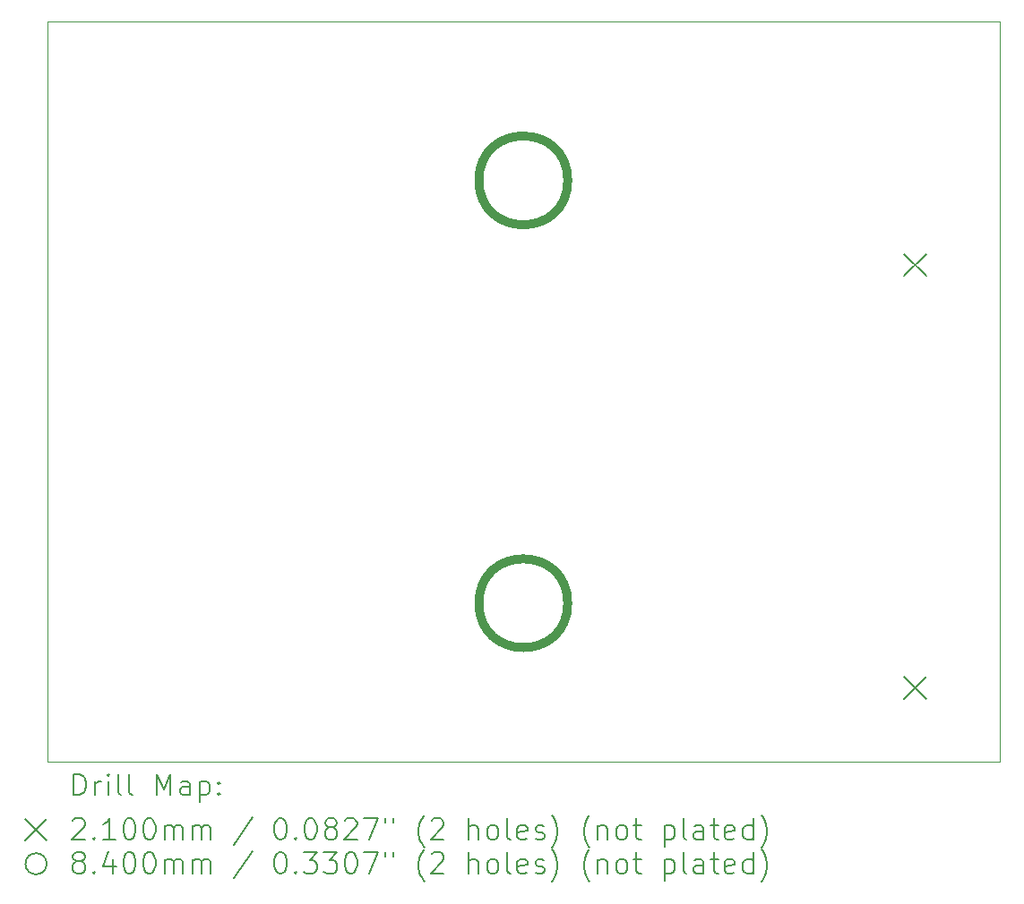
<source format=gbr>
%TF.GenerationSoftware,KiCad,Pcbnew,(6.0.8)*%
%TF.CreationDate,2023-05-12T01:16:04+02:00*%
%TF.ProjectId,SMDBattHolder,534d4442-6174-4744-986f-6c6465722e6b,rev?*%
%TF.SameCoordinates,Original*%
%TF.FileFunction,Drillmap*%
%TF.FilePolarity,Positive*%
%FSLAX45Y45*%
G04 Gerber Fmt 4.5, Leading zero omitted, Abs format (unit mm)*
G04 Created by KiCad (PCBNEW (6.0.8)) date 2023-05-12 01:16:04*
%MOMM*%
%LPD*%
G01*
G04 APERTURE LIST*
%ADD10C,0.100000*%
%ADD11C,0.200000*%
%ADD12C,0.210000*%
%ADD13C,0.840000*%
G04 APERTURE END LIST*
D10*
X29000000Y-17000000D02*
X29000000Y-10000000D01*
X38000000Y-10000000D02*
X38000000Y-17000000D01*
X29000000Y-10000000D02*
X38000000Y-10000000D01*
X38000000Y-17000000D02*
X29000000Y-17000000D01*
D11*
D12*
X37095000Y-12195000D02*
X37305000Y-12405000D01*
X37305000Y-12195000D02*
X37095000Y-12405000D01*
X37095000Y-16195000D02*
X37305000Y-16405000D01*
X37305000Y-16195000D02*
X37095000Y-16405000D01*
D13*
X33920000Y-11500000D02*
G75*
G03*
X33920000Y-11500000I-420000J0D01*
G01*
X33920000Y-15500000D02*
G75*
G03*
X33920000Y-15500000I-420000J0D01*
G01*
D11*
X29252619Y-17315476D02*
X29252619Y-17115476D01*
X29300238Y-17115476D01*
X29328809Y-17125000D01*
X29347857Y-17144048D01*
X29357381Y-17163095D01*
X29366905Y-17201190D01*
X29366905Y-17229762D01*
X29357381Y-17267857D01*
X29347857Y-17286905D01*
X29328809Y-17305952D01*
X29300238Y-17315476D01*
X29252619Y-17315476D01*
X29452619Y-17315476D02*
X29452619Y-17182143D01*
X29452619Y-17220238D02*
X29462143Y-17201190D01*
X29471667Y-17191667D01*
X29490714Y-17182143D01*
X29509762Y-17182143D01*
X29576428Y-17315476D02*
X29576428Y-17182143D01*
X29576428Y-17115476D02*
X29566905Y-17125000D01*
X29576428Y-17134524D01*
X29585952Y-17125000D01*
X29576428Y-17115476D01*
X29576428Y-17134524D01*
X29700238Y-17315476D02*
X29681190Y-17305952D01*
X29671667Y-17286905D01*
X29671667Y-17115476D01*
X29805000Y-17315476D02*
X29785952Y-17305952D01*
X29776428Y-17286905D01*
X29776428Y-17115476D01*
X30033571Y-17315476D02*
X30033571Y-17115476D01*
X30100238Y-17258333D01*
X30166905Y-17115476D01*
X30166905Y-17315476D01*
X30347857Y-17315476D02*
X30347857Y-17210714D01*
X30338333Y-17191667D01*
X30319286Y-17182143D01*
X30281190Y-17182143D01*
X30262143Y-17191667D01*
X30347857Y-17305952D02*
X30328809Y-17315476D01*
X30281190Y-17315476D01*
X30262143Y-17305952D01*
X30252619Y-17286905D01*
X30252619Y-17267857D01*
X30262143Y-17248810D01*
X30281190Y-17239286D01*
X30328809Y-17239286D01*
X30347857Y-17229762D01*
X30443095Y-17182143D02*
X30443095Y-17382143D01*
X30443095Y-17191667D02*
X30462143Y-17182143D01*
X30500238Y-17182143D01*
X30519286Y-17191667D01*
X30528809Y-17201190D01*
X30538333Y-17220238D01*
X30538333Y-17277381D01*
X30528809Y-17296429D01*
X30519286Y-17305952D01*
X30500238Y-17315476D01*
X30462143Y-17315476D01*
X30443095Y-17305952D01*
X30624048Y-17296429D02*
X30633571Y-17305952D01*
X30624048Y-17315476D01*
X30614524Y-17305952D01*
X30624048Y-17296429D01*
X30624048Y-17315476D01*
X30624048Y-17191667D02*
X30633571Y-17201190D01*
X30624048Y-17210714D01*
X30614524Y-17201190D01*
X30624048Y-17191667D01*
X30624048Y-17210714D01*
X28795000Y-17545000D02*
X28995000Y-17745000D01*
X28995000Y-17545000D02*
X28795000Y-17745000D01*
X29243095Y-17554524D02*
X29252619Y-17545000D01*
X29271667Y-17535476D01*
X29319286Y-17535476D01*
X29338333Y-17545000D01*
X29347857Y-17554524D01*
X29357381Y-17573571D01*
X29357381Y-17592619D01*
X29347857Y-17621190D01*
X29233571Y-17735476D01*
X29357381Y-17735476D01*
X29443095Y-17716429D02*
X29452619Y-17725952D01*
X29443095Y-17735476D01*
X29433571Y-17725952D01*
X29443095Y-17716429D01*
X29443095Y-17735476D01*
X29643095Y-17735476D02*
X29528809Y-17735476D01*
X29585952Y-17735476D02*
X29585952Y-17535476D01*
X29566905Y-17564048D01*
X29547857Y-17583095D01*
X29528809Y-17592619D01*
X29766905Y-17535476D02*
X29785952Y-17535476D01*
X29805000Y-17545000D01*
X29814524Y-17554524D01*
X29824048Y-17573571D01*
X29833571Y-17611667D01*
X29833571Y-17659286D01*
X29824048Y-17697381D01*
X29814524Y-17716429D01*
X29805000Y-17725952D01*
X29785952Y-17735476D01*
X29766905Y-17735476D01*
X29747857Y-17725952D01*
X29738333Y-17716429D01*
X29728809Y-17697381D01*
X29719286Y-17659286D01*
X29719286Y-17611667D01*
X29728809Y-17573571D01*
X29738333Y-17554524D01*
X29747857Y-17545000D01*
X29766905Y-17535476D01*
X29957381Y-17535476D02*
X29976428Y-17535476D01*
X29995476Y-17545000D01*
X30005000Y-17554524D01*
X30014524Y-17573571D01*
X30024048Y-17611667D01*
X30024048Y-17659286D01*
X30014524Y-17697381D01*
X30005000Y-17716429D01*
X29995476Y-17725952D01*
X29976428Y-17735476D01*
X29957381Y-17735476D01*
X29938333Y-17725952D01*
X29928809Y-17716429D01*
X29919286Y-17697381D01*
X29909762Y-17659286D01*
X29909762Y-17611667D01*
X29919286Y-17573571D01*
X29928809Y-17554524D01*
X29938333Y-17545000D01*
X29957381Y-17535476D01*
X30109762Y-17735476D02*
X30109762Y-17602143D01*
X30109762Y-17621190D02*
X30119286Y-17611667D01*
X30138333Y-17602143D01*
X30166905Y-17602143D01*
X30185952Y-17611667D01*
X30195476Y-17630714D01*
X30195476Y-17735476D01*
X30195476Y-17630714D02*
X30205000Y-17611667D01*
X30224048Y-17602143D01*
X30252619Y-17602143D01*
X30271667Y-17611667D01*
X30281190Y-17630714D01*
X30281190Y-17735476D01*
X30376428Y-17735476D02*
X30376428Y-17602143D01*
X30376428Y-17621190D02*
X30385952Y-17611667D01*
X30405000Y-17602143D01*
X30433571Y-17602143D01*
X30452619Y-17611667D01*
X30462143Y-17630714D01*
X30462143Y-17735476D01*
X30462143Y-17630714D02*
X30471667Y-17611667D01*
X30490714Y-17602143D01*
X30519286Y-17602143D01*
X30538333Y-17611667D01*
X30547857Y-17630714D01*
X30547857Y-17735476D01*
X30938333Y-17525952D02*
X30766905Y-17783095D01*
X31195476Y-17535476D02*
X31214524Y-17535476D01*
X31233571Y-17545000D01*
X31243095Y-17554524D01*
X31252619Y-17573571D01*
X31262143Y-17611667D01*
X31262143Y-17659286D01*
X31252619Y-17697381D01*
X31243095Y-17716429D01*
X31233571Y-17725952D01*
X31214524Y-17735476D01*
X31195476Y-17735476D01*
X31176428Y-17725952D01*
X31166905Y-17716429D01*
X31157381Y-17697381D01*
X31147857Y-17659286D01*
X31147857Y-17611667D01*
X31157381Y-17573571D01*
X31166905Y-17554524D01*
X31176428Y-17545000D01*
X31195476Y-17535476D01*
X31347857Y-17716429D02*
X31357381Y-17725952D01*
X31347857Y-17735476D01*
X31338333Y-17725952D01*
X31347857Y-17716429D01*
X31347857Y-17735476D01*
X31481190Y-17535476D02*
X31500238Y-17535476D01*
X31519286Y-17545000D01*
X31528809Y-17554524D01*
X31538333Y-17573571D01*
X31547857Y-17611667D01*
X31547857Y-17659286D01*
X31538333Y-17697381D01*
X31528809Y-17716429D01*
X31519286Y-17725952D01*
X31500238Y-17735476D01*
X31481190Y-17735476D01*
X31462143Y-17725952D01*
X31452619Y-17716429D01*
X31443095Y-17697381D01*
X31433571Y-17659286D01*
X31433571Y-17611667D01*
X31443095Y-17573571D01*
X31452619Y-17554524D01*
X31462143Y-17545000D01*
X31481190Y-17535476D01*
X31662143Y-17621190D02*
X31643095Y-17611667D01*
X31633571Y-17602143D01*
X31624048Y-17583095D01*
X31624048Y-17573571D01*
X31633571Y-17554524D01*
X31643095Y-17545000D01*
X31662143Y-17535476D01*
X31700238Y-17535476D01*
X31719286Y-17545000D01*
X31728809Y-17554524D01*
X31738333Y-17573571D01*
X31738333Y-17583095D01*
X31728809Y-17602143D01*
X31719286Y-17611667D01*
X31700238Y-17621190D01*
X31662143Y-17621190D01*
X31643095Y-17630714D01*
X31633571Y-17640238D01*
X31624048Y-17659286D01*
X31624048Y-17697381D01*
X31633571Y-17716429D01*
X31643095Y-17725952D01*
X31662143Y-17735476D01*
X31700238Y-17735476D01*
X31719286Y-17725952D01*
X31728809Y-17716429D01*
X31738333Y-17697381D01*
X31738333Y-17659286D01*
X31728809Y-17640238D01*
X31719286Y-17630714D01*
X31700238Y-17621190D01*
X31814524Y-17554524D02*
X31824048Y-17545000D01*
X31843095Y-17535476D01*
X31890714Y-17535476D01*
X31909762Y-17545000D01*
X31919286Y-17554524D01*
X31928809Y-17573571D01*
X31928809Y-17592619D01*
X31919286Y-17621190D01*
X31805000Y-17735476D01*
X31928809Y-17735476D01*
X31995476Y-17535476D02*
X32128809Y-17535476D01*
X32043095Y-17735476D01*
X32195476Y-17535476D02*
X32195476Y-17573571D01*
X32271667Y-17535476D02*
X32271667Y-17573571D01*
X32566905Y-17811667D02*
X32557381Y-17802143D01*
X32538333Y-17773571D01*
X32528809Y-17754524D01*
X32519286Y-17725952D01*
X32509762Y-17678333D01*
X32509762Y-17640238D01*
X32519286Y-17592619D01*
X32528809Y-17564048D01*
X32538333Y-17545000D01*
X32557381Y-17516429D01*
X32566905Y-17506905D01*
X32633571Y-17554524D02*
X32643095Y-17545000D01*
X32662143Y-17535476D01*
X32709762Y-17535476D01*
X32728809Y-17545000D01*
X32738333Y-17554524D01*
X32747857Y-17573571D01*
X32747857Y-17592619D01*
X32738333Y-17621190D01*
X32624048Y-17735476D01*
X32747857Y-17735476D01*
X32985952Y-17735476D02*
X32985952Y-17535476D01*
X33071667Y-17735476D02*
X33071667Y-17630714D01*
X33062143Y-17611667D01*
X33043095Y-17602143D01*
X33014524Y-17602143D01*
X32995476Y-17611667D01*
X32985952Y-17621190D01*
X33195476Y-17735476D02*
X33176428Y-17725952D01*
X33166905Y-17716429D01*
X33157381Y-17697381D01*
X33157381Y-17640238D01*
X33166905Y-17621190D01*
X33176428Y-17611667D01*
X33195476Y-17602143D01*
X33224048Y-17602143D01*
X33243095Y-17611667D01*
X33252619Y-17621190D01*
X33262143Y-17640238D01*
X33262143Y-17697381D01*
X33252619Y-17716429D01*
X33243095Y-17725952D01*
X33224048Y-17735476D01*
X33195476Y-17735476D01*
X33376428Y-17735476D02*
X33357381Y-17725952D01*
X33347857Y-17706905D01*
X33347857Y-17535476D01*
X33528809Y-17725952D02*
X33509762Y-17735476D01*
X33471667Y-17735476D01*
X33452619Y-17725952D01*
X33443095Y-17706905D01*
X33443095Y-17630714D01*
X33452619Y-17611667D01*
X33471667Y-17602143D01*
X33509762Y-17602143D01*
X33528809Y-17611667D01*
X33538333Y-17630714D01*
X33538333Y-17649762D01*
X33443095Y-17668810D01*
X33614524Y-17725952D02*
X33633571Y-17735476D01*
X33671667Y-17735476D01*
X33690714Y-17725952D01*
X33700238Y-17706905D01*
X33700238Y-17697381D01*
X33690714Y-17678333D01*
X33671667Y-17668810D01*
X33643095Y-17668810D01*
X33624048Y-17659286D01*
X33614524Y-17640238D01*
X33614524Y-17630714D01*
X33624048Y-17611667D01*
X33643095Y-17602143D01*
X33671667Y-17602143D01*
X33690714Y-17611667D01*
X33766905Y-17811667D02*
X33776429Y-17802143D01*
X33795476Y-17773571D01*
X33805000Y-17754524D01*
X33814524Y-17725952D01*
X33824048Y-17678333D01*
X33824048Y-17640238D01*
X33814524Y-17592619D01*
X33805000Y-17564048D01*
X33795476Y-17545000D01*
X33776429Y-17516429D01*
X33766905Y-17506905D01*
X34128810Y-17811667D02*
X34119286Y-17802143D01*
X34100238Y-17773571D01*
X34090714Y-17754524D01*
X34081190Y-17725952D01*
X34071667Y-17678333D01*
X34071667Y-17640238D01*
X34081190Y-17592619D01*
X34090714Y-17564048D01*
X34100238Y-17545000D01*
X34119286Y-17516429D01*
X34128810Y-17506905D01*
X34205000Y-17602143D02*
X34205000Y-17735476D01*
X34205000Y-17621190D02*
X34214524Y-17611667D01*
X34233571Y-17602143D01*
X34262143Y-17602143D01*
X34281190Y-17611667D01*
X34290714Y-17630714D01*
X34290714Y-17735476D01*
X34414524Y-17735476D02*
X34395476Y-17725952D01*
X34385952Y-17716429D01*
X34376429Y-17697381D01*
X34376429Y-17640238D01*
X34385952Y-17621190D01*
X34395476Y-17611667D01*
X34414524Y-17602143D01*
X34443095Y-17602143D01*
X34462143Y-17611667D01*
X34471667Y-17621190D01*
X34481190Y-17640238D01*
X34481190Y-17697381D01*
X34471667Y-17716429D01*
X34462143Y-17725952D01*
X34443095Y-17735476D01*
X34414524Y-17735476D01*
X34538333Y-17602143D02*
X34614524Y-17602143D01*
X34566905Y-17535476D02*
X34566905Y-17706905D01*
X34576429Y-17725952D01*
X34595476Y-17735476D01*
X34614524Y-17735476D01*
X34833571Y-17602143D02*
X34833571Y-17802143D01*
X34833571Y-17611667D02*
X34852619Y-17602143D01*
X34890714Y-17602143D01*
X34909762Y-17611667D01*
X34919286Y-17621190D01*
X34928810Y-17640238D01*
X34928810Y-17697381D01*
X34919286Y-17716429D01*
X34909762Y-17725952D01*
X34890714Y-17735476D01*
X34852619Y-17735476D01*
X34833571Y-17725952D01*
X35043095Y-17735476D02*
X35024048Y-17725952D01*
X35014524Y-17706905D01*
X35014524Y-17535476D01*
X35205000Y-17735476D02*
X35205000Y-17630714D01*
X35195476Y-17611667D01*
X35176429Y-17602143D01*
X35138333Y-17602143D01*
X35119286Y-17611667D01*
X35205000Y-17725952D02*
X35185952Y-17735476D01*
X35138333Y-17735476D01*
X35119286Y-17725952D01*
X35109762Y-17706905D01*
X35109762Y-17687857D01*
X35119286Y-17668810D01*
X35138333Y-17659286D01*
X35185952Y-17659286D01*
X35205000Y-17649762D01*
X35271667Y-17602143D02*
X35347857Y-17602143D01*
X35300238Y-17535476D02*
X35300238Y-17706905D01*
X35309762Y-17725952D01*
X35328810Y-17735476D01*
X35347857Y-17735476D01*
X35490714Y-17725952D02*
X35471667Y-17735476D01*
X35433571Y-17735476D01*
X35414524Y-17725952D01*
X35405000Y-17706905D01*
X35405000Y-17630714D01*
X35414524Y-17611667D01*
X35433571Y-17602143D01*
X35471667Y-17602143D01*
X35490714Y-17611667D01*
X35500238Y-17630714D01*
X35500238Y-17649762D01*
X35405000Y-17668810D01*
X35671667Y-17735476D02*
X35671667Y-17535476D01*
X35671667Y-17725952D02*
X35652619Y-17735476D01*
X35614524Y-17735476D01*
X35595476Y-17725952D01*
X35585952Y-17716429D01*
X35576429Y-17697381D01*
X35576429Y-17640238D01*
X35585952Y-17621190D01*
X35595476Y-17611667D01*
X35614524Y-17602143D01*
X35652619Y-17602143D01*
X35671667Y-17611667D01*
X35747857Y-17811667D02*
X35757381Y-17802143D01*
X35776429Y-17773571D01*
X35785952Y-17754524D01*
X35795476Y-17725952D01*
X35805000Y-17678333D01*
X35805000Y-17640238D01*
X35795476Y-17592619D01*
X35785952Y-17564048D01*
X35776429Y-17545000D01*
X35757381Y-17516429D01*
X35747857Y-17506905D01*
X28995000Y-17965000D02*
G75*
G03*
X28995000Y-17965000I-100000J0D01*
G01*
X29281190Y-17941190D02*
X29262143Y-17931667D01*
X29252619Y-17922143D01*
X29243095Y-17903095D01*
X29243095Y-17893571D01*
X29252619Y-17874524D01*
X29262143Y-17865000D01*
X29281190Y-17855476D01*
X29319286Y-17855476D01*
X29338333Y-17865000D01*
X29347857Y-17874524D01*
X29357381Y-17893571D01*
X29357381Y-17903095D01*
X29347857Y-17922143D01*
X29338333Y-17931667D01*
X29319286Y-17941190D01*
X29281190Y-17941190D01*
X29262143Y-17950714D01*
X29252619Y-17960238D01*
X29243095Y-17979286D01*
X29243095Y-18017381D01*
X29252619Y-18036429D01*
X29262143Y-18045952D01*
X29281190Y-18055476D01*
X29319286Y-18055476D01*
X29338333Y-18045952D01*
X29347857Y-18036429D01*
X29357381Y-18017381D01*
X29357381Y-17979286D01*
X29347857Y-17960238D01*
X29338333Y-17950714D01*
X29319286Y-17941190D01*
X29443095Y-18036429D02*
X29452619Y-18045952D01*
X29443095Y-18055476D01*
X29433571Y-18045952D01*
X29443095Y-18036429D01*
X29443095Y-18055476D01*
X29624048Y-17922143D02*
X29624048Y-18055476D01*
X29576428Y-17845952D02*
X29528809Y-17988810D01*
X29652619Y-17988810D01*
X29766905Y-17855476D02*
X29785952Y-17855476D01*
X29805000Y-17865000D01*
X29814524Y-17874524D01*
X29824048Y-17893571D01*
X29833571Y-17931667D01*
X29833571Y-17979286D01*
X29824048Y-18017381D01*
X29814524Y-18036429D01*
X29805000Y-18045952D01*
X29785952Y-18055476D01*
X29766905Y-18055476D01*
X29747857Y-18045952D01*
X29738333Y-18036429D01*
X29728809Y-18017381D01*
X29719286Y-17979286D01*
X29719286Y-17931667D01*
X29728809Y-17893571D01*
X29738333Y-17874524D01*
X29747857Y-17865000D01*
X29766905Y-17855476D01*
X29957381Y-17855476D02*
X29976428Y-17855476D01*
X29995476Y-17865000D01*
X30005000Y-17874524D01*
X30014524Y-17893571D01*
X30024048Y-17931667D01*
X30024048Y-17979286D01*
X30014524Y-18017381D01*
X30005000Y-18036429D01*
X29995476Y-18045952D01*
X29976428Y-18055476D01*
X29957381Y-18055476D01*
X29938333Y-18045952D01*
X29928809Y-18036429D01*
X29919286Y-18017381D01*
X29909762Y-17979286D01*
X29909762Y-17931667D01*
X29919286Y-17893571D01*
X29928809Y-17874524D01*
X29938333Y-17865000D01*
X29957381Y-17855476D01*
X30109762Y-18055476D02*
X30109762Y-17922143D01*
X30109762Y-17941190D02*
X30119286Y-17931667D01*
X30138333Y-17922143D01*
X30166905Y-17922143D01*
X30185952Y-17931667D01*
X30195476Y-17950714D01*
X30195476Y-18055476D01*
X30195476Y-17950714D02*
X30205000Y-17931667D01*
X30224048Y-17922143D01*
X30252619Y-17922143D01*
X30271667Y-17931667D01*
X30281190Y-17950714D01*
X30281190Y-18055476D01*
X30376428Y-18055476D02*
X30376428Y-17922143D01*
X30376428Y-17941190D02*
X30385952Y-17931667D01*
X30405000Y-17922143D01*
X30433571Y-17922143D01*
X30452619Y-17931667D01*
X30462143Y-17950714D01*
X30462143Y-18055476D01*
X30462143Y-17950714D02*
X30471667Y-17931667D01*
X30490714Y-17922143D01*
X30519286Y-17922143D01*
X30538333Y-17931667D01*
X30547857Y-17950714D01*
X30547857Y-18055476D01*
X30938333Y-17845952D02*
X30766905Y-18103095D01*
X31195476Y-17855476D02*
X31214524Y-17855476D01*
X31233571Y-17865000D01*
X31243095Y-17874524D01*
X31252619Y-17893571D01*
X31262143Y-17931667D01*
X31262143Y-17979286D01*
X31252619Y-18017381D01*
X31243095Y-18036429D01*
X31233571Y-18045952D01*
X31214524Y-18055476D01*
X31195476Y-18055476D01*
X31176428Y-18045952D01*
X31166905Y-18036429D01*
X31157381Y-18017381D01*
X31147857Y-17979286D01*
X31147857Y-17931667D01*
X31157381Y-17893571D01*
X31166905Y-17874524D01*
X31176428Y-17865000D01*
X31195476Y-17855476D01*
X31347857Y-18036429D02*
X31357381Y-18045952D01*
X31347857Y-18055476D01*
X31338333Y-18045952D01*
X31347857Y-18036429D01*
X31347857Y-18055476D01*
X31424048Y-17855476D02*
X31547857Y-17855476D01*
X31481190Y-17931667D01*
X31509762Y-17931667D01*
X31528809Y-17941190D01*
X31538333Y-17950714D01*
X31547857Y-17969762D01*
X31547857Y-18017381D01*
X31538333Y-18036429D01*
X31528809Y-18045952D01*
X31509762Y-18055476D01*
X31452619Y-18055476D01*
X31433571Y-18045952D01*
X31424048Y-18036429D01*
X31614524Y-17855476D02*
X31738333Y-17855476D01*
X31671667Y-17931667D01*
X31700238Y-17931667D01*
X31719286Y-17941190D01*
X31728809Y-17950714D01*
X31738333Y-17969762D01*
X31738333Y-18017381D01*
X31728809Y-18036429D01*
X31719286Y-18045952D01*
X31700238Y-18055476D01*
X31643095Y-18055476D01*
X31624048Y-18045952D01*
X31614524Y-18036429D01*
X31862143Y-17855476D02*
X31881190Y-17855476D01*
X31900238Y-17865000D01*
X31909762Y-17874524D01*
X31919286Y-17893571D01*
X31928809Y-17931667D01*
X31928809Y-17979286D01*
X31919286Y-18017381D01*
X31909762Y-18036429D01*
X31900238Y-18045952D01*
X31881190Y-18055476D01*
X31862143Y-18055476D01*
X31843095Y-18045952D01*
X31833571Y-18036429D01*
X31824048Y-18017381D01*
X31814524Y-17979286D01*
X31814524Y-17931667D01*
X31824048Y-17893571D01*
X31833571Y-17874524D01*
X31843095Y-17865000D01*
X31862143Y-17855476D01*
X31995476Y-17855476D02*
X32128809Y-17855476D01*
X32043095Y-18055476D01*
X32195476Y-17855476D02*
X32195476Y-17893571D01*
X32271667Y-17855476D02*
X32271667Y-17893571D01*
X32566905Y-18131667D02*
X32557381Y-18122143D01*
X32538333Y-18093571D01*
X32528809Y-18074524D01*
X32519286Y-18045952D01*
X32509762Y-17998333D01*
X32509762Y-17960238D01*
X32519286Y-17912619D01*
X32528809Y-17884048D01*
X32538333Y-17865000D01*
X32557381Y-17836429D01*
X32566905Y-17826905D01*
X32633571Y-17874524D02*
X32643095Y-17865000D01*
X32662143Y-17855476D01*
X32709762Y-17855476D01*
X32728809Y-17865000D01*
X32738333Y-17874524D01*
X32747857Y-17893571D01*
X32747857Y-17912619D01*
X32738333Y-17941190D01*
X32624048Y-18055476D01*
X32747857Y-18055476D01*
X32985952Y-18055476D02*
X32985952Y-17855476D01*
X33071667Y-18055476D02*
X33071667Y-17950714D01*
X33062143Y-17931667D01*
X33043095Y-17922143D01*
X33014524Y-17922143D01*
X32995476Y-17931667D01*
X32985952Y-17941190D01*
X33195476Y-18055476D02*
X33176428Y-18045952D01*
X33166905Y-18036429D01*
X33157381Y-18017381D01*
X33157381Y-17960238D01*
X33166905Y-17941190D01*
X33176428Y-17931667D01*
X33195476Y-17922143D01*
X33224048Y-17922143D01*
X33243095Y-17931667D01*
X33252619Y-17941190D01*
X33262143Y-17960238D01*
X33262143Y-18017381D01*
X33252619Y-18036429D01*
X33243095Y-18045952D01*
X33224048Y-18055476D01*
X33195476Y-18055476D01*
X33376428Y-18055476D02*
X33357381Y-18045952D01*
X33347857Y-18026905D01*
X33347857Y-17855476D01*
X33528809Y-18045952D02*
X33509762Y-18055476D01*
X33471667Y-18055476D01*
X33452619Y-18045952D01*
X33443095Y-18026905D01*
X33443095Y-17950714D01*
X33452619Y-17931667D01*
X33471667Y-17922143D01*
X33509762Y-17922143D01*
X33528809Y-17931667D01*
X33538333Y-17950714D01*
X33538333Y-17969762D01*
X33443095Y-17988810D01*
X33614524Y-18045952D02*
X33633571Y-18055476D01*
X33671667Y-18055476D01*
X33690714Y-18045952D01*
X33700238Y-18026905D01*
X33700238Y-18017381D01*
X33690714Y-17998333D01*
X33671667Y-17988810D01*
X33643095Y-17988810D01*
X33624048Y-17979286D01*
X33614524Y-17960238D01*
X33614524Y-17950714D01*
X33624048Y-17931667D01*
X33643095Y-17922143D01*
X33671667Y-17922143D01*
X33690714Y-17931667D01*
X33766905Y-18131667D02*
X33776429Y-18122143D01*
X33795476Y-18093571D01*
X33805000Y-18074524D01*
X33814524Y-18045952D01*
X33824048Y-17998333D01*
X33824048Y-17960238D01*
X33814524Y-17912619D01*
X33805000Y-17884048D01*
X33795476Y-17865000D01*
X33776429Y-17836429D01*
X33766905Y-17826905D01*
X34128810Y-18131667D02*
X34119286Y-18122143D01*
X34100238Y-18093571D01*
X34090714Y-18074524D01*
X34081190Y-18045952D01*
X34071667Y-17998333D01*
X34071667Y-17960238D01*
X34081190Y-17912619D01*
X34090714Y-17884048D01*
X34100238Y-17865000D01*
X34119286Y-17836429D01*
X34128810Y-17826905D01*
X34205000Y-17922143D02*
X34205000Y-18055476D01*
X34205000Y-17941190D02*
X34214524Y-17931667D01*
X34233571Y-17922143D01*
X34262143Y-17922143D01*
X34281190Y-17931667D01*
X34290714Y-17950714D01*
X34290714Y-18055476D01*
X34414524Y-18055476D02*
X34395476Y-18045952D01*
X34385952Y-18036429D01*
X34376429Y-18017381D01*
X34376429Y-17960238D01*
X34385952Y-17941190D01*
X34395476Y-17931667D01*
X34414524Y-17922143D01*
X34443095Y-17922143D01*
X34462143Y-17931667D01*
X34471667Y-17941190D01*
X34481190Y-17960238D01*
X34481190Y-18017381D01*
X34471667Y-18036429D01*
X34462143Y-18045952D01*
X34443095Y-18055476D01*
X34414524Y-18055476D01*
X34538333Y-17922143D02*
X34614524Y-17922143D01*
X34566905Y-17855476D02*
X34566905Y-18026905D01*
X34576429Y-18045952D01*
X34595476Y-18055476D01*
X34614524Y-18055476D01*
X34833571Y-17922143D02*
X34833571Y-18122143D01*
X34833571Y-17931667D02*
X34852619Y-17922143D01*
X34890714Y-17922143D01*
X34909762Y-17931667D01*
X34919286Y-17941190D01*
X34928810Y-17960238D01*
X34928810Y-18017381D01*
X34919286Y-18036429D01*
X34909762Y-18045952D01*
X34890714Y-18055476D01*
X34852619Y-18055476D01*
X34833571Y-18045952D01*
X35043095Y-18055476D02*
X35024048Y-18045952D01*
X35014524Y-18026905D01*
X35014524Y-17855476D01*
X35205000Y-18055476D02*
X35205000Y-17950714D01*
X35195476Y-17931667D01*
X35176429Y-17922143D01*
X35138333Y-17922143D01*
X35119286Y-17931667D01*
X35205000Y-18045952D02*
X35185952Y-18055476D01*
X35138333Y-18055476D01*
X35119286Y-18045952D01*
X35109762Y-18026905D01*
X35109762Y-18007857D01*
X35119286Y-17988810D01*
X35138333Y-17979286D01*
X35185952Y-17979286D01*
X35205000Y-17969762D01*
X35271667Y-17922143D02*
X35347857Y-17922143D01*
X35300238Y-17855476D02*
X35300238Y-18026905D01*
X35309762Y-18045952D01*
X35328810Y-18055476D01*
X35347857Y-18055476D01*
X35490714Y-18045952D02*
X35471667Y-18055476D01*
X35433571Y-18055476D01*
X35414524Y-18045952D01*
X35405000Y-18026905D01*
X35405000Y-17950714D01*
X35414524Y-17931667D01*
X35433571Y-17922143D01*
X35471667Y-17922143D01*
X35490714Y-17931667D01*
X35500238Y-17950714D01*
X35500238Y-17969762D01*
X35405000Y-17988810D01*
X35671667Y-18055476D02*
X35671667Y-17855476D01*
X35671667Y-18045952D02*
X35652619Y-18055476D01*
X35614524Y-18055476D01*
X35595476Y-18045952D01*
X35585952Y-18036429D01*
X35576429Y-18017381D01*
X35576429Y-17960238D01*
X35585952Y-17941190D01*
X35595476Y-17931667D01*
X35614524Y-17922143D01*
X35652619Y-17922143D01*
X35671667Y-17931667D01*
X35747857Y-18131667D02*
X35757381Y-18122143D01*
X35776429Y-18093571D01*
X35785952Y-18074524D01*
X35795476Y-18045952D01*
X35805000Y-17998333D01*
X35805000Y-17960238D01*
X35795476Y-17912619D01*
X35785952Y-17884048D01*
X35776429Y-17865000D01*
X35757381Y-17836429D01*
X35747857Y-17826905D01*
M02*

</source>
